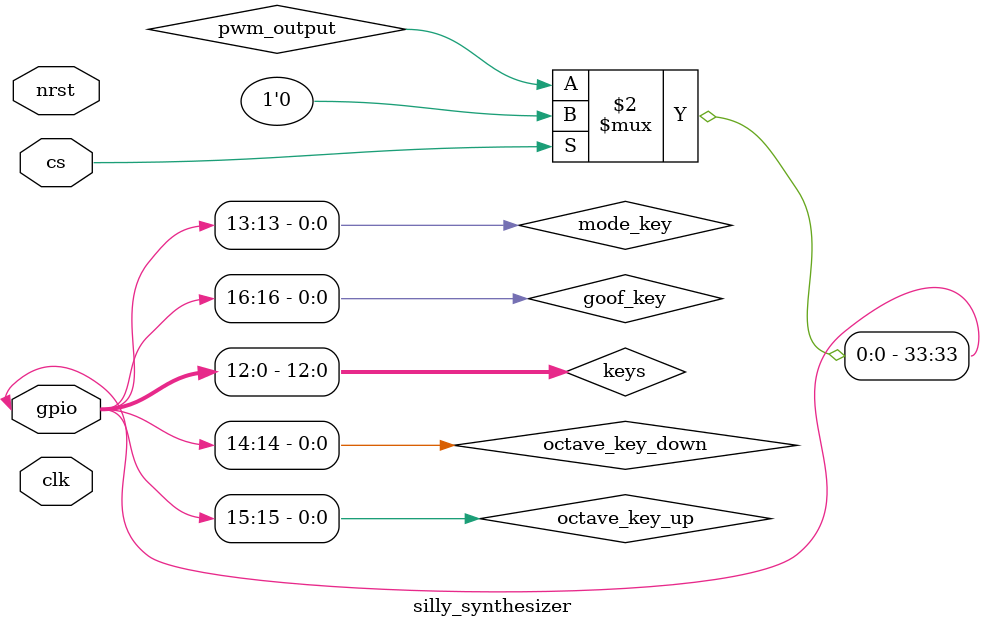
<source format=sv>
`default_nettype none
module silly_synthesizer (
    // HW
    input logic clk, nrst,
    
    // Wrapper
    input logic cs, // Chip Select (Active Low)
    inout logic [33:0] gpio // Breakout Board Pins
);

logic [17:0] divider;
logic [16:0] keypad;
logic [12:0] keys;
logic [1:0] mode;
logic strobe, pwm_output, octave_key_up, octave_key_down, mode_key, goof_key;

// Inputs
assign octave_key_up = gpio[15];
assign octave_key_down = gpio[14];
assign mode_key = gpio[13];
assign goof_key = gpio[16];
assign keys = gpio[12:0];
assign keypad = cs ? 17'b0 : {octave_key_up, octave_key_down, mode_key, goof_key, keys};

// Output
assign gpio[33] = cs ? 1'b0 : pwm_output;


endmodule
</source>
